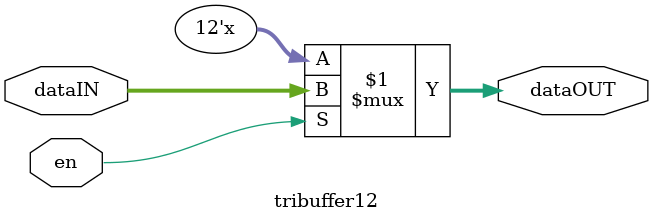
<source format=v>

module tribuffer12
(
input [11:0] dataIN,
input en,
output [11:0] dataOUT
);

assign dataOUT = en ? dataIN : 12'hZZZ;

endmodule
</source>
